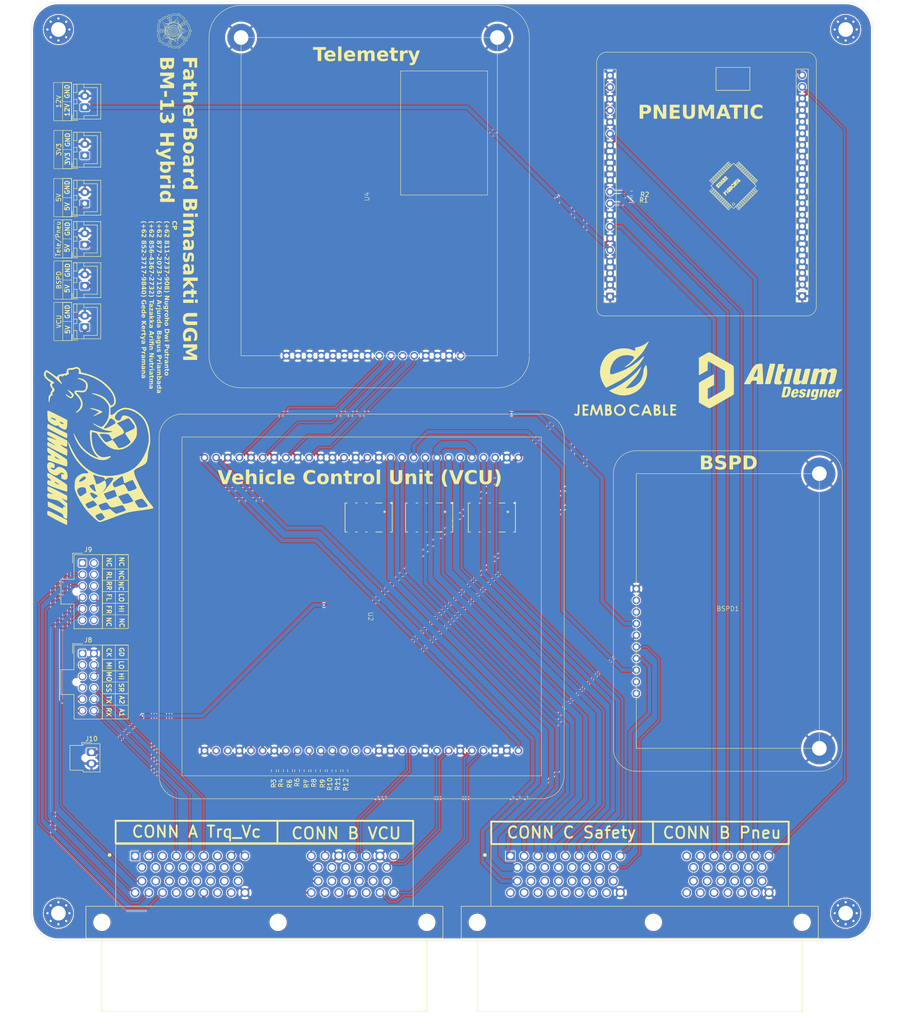
<source format=kicad_pcb>
(kicad_pcb (version 20241229) (generator "pcbnew") (generator_version "9.0")
  (layers (0 "F.Cu" signal) (2 "B.Cu" signal) (13 "F.Paste" user) (15 "B.Paste" user) (5 "F.SilkS" user "F.Silkscreen") (7 "B.SilkS" user "B.Silkscreen") (1 "F.Mask" user) (3 "B.Mask" user) (25 "Edge.Cuts" user))
  (net 0 "")
  (net 2 "SDC_B")
  (net 3 "GND")
  (net 4 "12V")
  (net 5 "3V3")
  (net 6 "ECU_LO")
  (net 7 "ESC2_LO")
  (net 8 "ESC1_LO")
  (net 10 "DISP_HI")
  (net 11 "BMS_LO")
  (net 12 "ECU_HI")
  (net 14 "IND_SWITCH")
  (net 15 "BMS_HI")
  (net 17 "ESC1_HI")
  (net 18 "ESC2_HI")
  (net 19 "TPS")
  (net 21 "DISP_LO")
  (net 22 "STEER_IN")
  (net 23 "BRK_P")
  (net 24 "SS")
  (net 25 "SUSP4")
  (net 26 "ENG_RLY")
  (net 27 "SUSP2")
  (net 28 "APPS_IN1")
  (net 29 "STM_RX")
  (net 30 "APPS_IN2")
  (net 31 "SCK")
  (net 32 "AIR")
  (net 33 "MISO")
  (net 34 "MOSI")
  (net 35 "AMB_TEMP")
  (net 36 "SUSP1")
  (net 37 "SUSP3")
  (net 38 "SWITCH_HY")
  (net 39 "STM_TX")
  (net 40 "WS_FL")
  (net 41 "WS_FR")
  (net 42 "WS_RL")
  (net 43 "WS_RR")
  (net 44 "SCK_T")
  (net 47 "MISO_T")
  (net 49 "MOSI_T")
  (net 52 "CS_T")
  (net 59 "SAFETY")
  (net 60 "SDC_IN")
  (net 61 "FAN_BATT")
  (net 62 "BRAKE_LIGHT")
  (net 63 "SDC_OUT")
  (net 64 "PDM")
  (net 70 "TX_PNEU")
  (net 71 "RX_PNEU")
  (net 117 "5V_T")
  (net 118 "5V_B")
  (net 119 "5V_V")
  (net 120 "5V_P")
  (net 121 "PNEU_UP")
  (net 122 "PNEU_DOWN")
  (net 123 "UP")
  (net 124 "DOWN")
  (net 128 "SUSP1_L")
  (net 129 "SUSP2_L")
  (net 130 "SUSP3_L")
  (net 131 "SUSP4_L")
  (net 132 "BRK_P_L")
  (net 142 "GPOS")
  (footprint "Resistor_SMD:R_0603_1608Metric_Pad0.98x0.95mm_HandSolder" (layer "F.Cu") (at 218.611691 271.895381 -90)
    (property "Reference" "R4")
    (property "Value" "3K")
  )
  (footprint "Resistor_SMD:R_0603_1608Metric_Pad0.98x0.95mm_HandSolder" (layer "F.Cu") (at 225.7 271.8875 -90)
    (property "Reference" "R8")
    (property "Value" "3K")
  )
  (footprint "Connector_JST:JST_XH_B2B-XH-A_1x02_P2.50mm_Vertical" (layer "F.Cu") (at 175.75 157 90)
    (property "Reference" "Tele/Pneu")
    (property "Value" "5V_1")
  )
  (footprint "Connector_Molex:Molex_Nano-Fit_105310-xx12_2x06_P2.50mm_Vertical" (layer "F.Cu") (at 175.25 226.525)
    (property "Reference" "J9")
    (property "Value" "SIGNAL 2")
  )
  (footprint "Resistor_SMD:R_0603_1608Metric_Pad0.98x0.95mm_HandSolder" (layer "F.Cu") (at 295.1875 145.8 180)
    (property "Reference" "R2")
    (property "Value" "R")
  )
  (footprint "0_logo:111jembo_tulisan_23_16" (layer "F.Cu") (at 294 186.2)
    (property "Reference" "G***" (hide yes))
    (property "Value" "LOGO" (hide yes))
  )
  (footprint "Resistor_SMD:R_0603_1608Metric_Pad0.98x0.95mm_HandSolder" (layer "F.Cu") (at 229.25 271.8875 -90)
    (property "Reference" "R10")
    (property "Value" "3K")
  )
  (footprint "0_FootprintTelemetry:0_FootprintTelemetry" (layer "F.Cu") (at 237.9 146.5 90)
    (property "Reference" "U4")
    (property "Value" "~")
  )
  (footprint "Resistor_SMD:R_0603_1608Metric_Pad0.98x0.95mm_HandSolder" (layer "F.Cu") (at 217.066559 271.8875 -90)
    (property "Reference" "R3")
    (property "Value" "2K")
  )
  (footprint "MountingHole:MountingHole_3.2mm_M3_Pad_Via" (layer "F.Cu") (at 170 110)
    (property "Reference" "REF**" (hide yes))
    (property "Value" "MountingHole_3.2mm_M3_Pad_Via")
  )
  (footprint "0_logo:ugm 7.8x7.8" (layer "F.Cu") (at 195.3 110.3 -90)
    (property "Reference" "G***" (hide yes))
    (property "Value" "LOGO" (hide yes))
  )
  (footprint "Resistor_SMD:R_0603_1608Metric_Pad0.98x0.95mm_HandSolder" (layer "F.Cu") (at 222.144192 271.872036 -90)
    (property "Reference" "R6")
    (property "Value" "3K")
  )
  (footprint "0_FootPrintBPSD:FootPrintBPSD" (layer "F.Cu") (at 316.25 237)
    (property "Reference" "BSPD1")
    (property "Value" "~")
  )
  (footprint "MountingHole:MountingHole_3.2mm_M3_Pad_Via" (layer "F.Cu") (at 170 303)
    (property "Reference" "REF**" (hide yes))
    (property "Value" "MountingHole_3.2mm_M3_Pad_Via")
  )
  (footprint "Resistor_SMD:R_0603_1608Metric_Pad0.98x0.95mm_HandSolder" (layer "F.Cu") (at 295.1875 147.3)
    (property "Reference" "R1")
    (property "Value" "R")
  )
  (footprint "Resistor_SMD:R_0603_1608Metric_Pad0.98x0.95mm_HandSolder" (layer "F.Cu") (at 231.15 271.8875 -90)
    (property "Reference" "R11")
    (property "Value" "2K")
  )
  (footprint "Connector_JST:JST_XH_B2B-XH-A_1x02_P2.50mm_Vertical" (layer "F.Cu") (at 175.75 137.5 90)
    (property "Reference" "3V3")
    (property "Value" "3V3_1")
  )
  (footprint "MountingHole:MountingHole_3.2mm_M3_Pad_Via" (layer "F.Cu") (at 342 110)
    (property "Reference" "REF**" (hide yes))
    (property "Value" "MountingHole_3.2mm_M3_Pad_Via")
  )
  (footprint "Resistor_SMD:R_0603_1608Metric_Pad0.98x0.95mm_HandSolder" (layer "F.Cu") (at 232.7 271.8875 -90)
    (property "Reference" "R12")
    (property "Value" "3K")
  )
  (footprint "Resistor_SMD:R_0603_1608Metric_Pad0.98x0.95mm_HandSolder" (layer "F.Cu") (at 220.600091 271.874786 -90)
    (property "Reference" "R5")
    (property "Value" "2K")
  )
  (footprint "Bimasakti:BIMSAK GEDE BANGET" (layer "F.Cu") (at 178.75 201 -90)
    (property "Reference" "G***" (hide yes))
    (property "Value" "LOGO" (hide yes))
  )
  (footprint "Connector_JST:JST_XH_B2B-XH-A_1x02_P2.50mm_Vertical" (layer "F.Cu") (at 175.75 166 90)
    (property "Reference" "BSPD")
    (property "Value" "5V_2")
  )
  (footprint "Connector_JST:JST_XH_B2B-XH-A_1x02_P2.50mm_Vertical" (layer "F.Cu") (at 175.75 148 90)
    (property "Reference" "5V")
    (property "Value" "5V_5")
  )
  (footprint "MountingHole:MountingHole_3.2mm_M3_Pad_Via" (layer "F.Cu") (at 342 303)
    (property "Reference" "REF**" (hide yes))
    (property "Value" "MountingHole_3.2mm_M3_Pad_Via" (hide yes))
  )
  (footprint "Connector_JST:JST_XH_B2B-XH-A_1x02_P2.50mm_Vertical" (layer "F.Cu") (at 175.75 175 90)
    (property "Reference" "VCU")
    (property "Value" "5V_3")
  )
  (footprint "Resistor_SMD:R_0603_1608Metric_Pad0.98x0.95mm_HandSolder" (layer "F.Cu") (at 224.2 271.8875 -90)
    (property "Reference" "R7")
    (property "Value" "2K")
  )
  (footprint "0_FootprintVCU:FootprintVCU" (layer "F.Cu") (at 236.25 236 -90)
    (property "Reference" "U2")
    (property "Value" "~")
  )
  (footprint "Resistor_SMD:R_0603_1608Metric_Pad0.98x0.95mm_HandSolder" (layer "F.Cu") (at 227.75 271.8875 -90)
    (property "Reference" "R9")
    (property "Value" "2K")
  )
  (footprint "Connector_JST:JST_XH_B2B-XH-A_1x02_P2.50mm_Vertical" (layer "F.Cu") (at 175.75 127 90)
    (property "Reference" "12V")
    (property "Value" "12V")
  )
  (footprint "0_logo:altium 36x36" (layer "F.Cu") (at 325.8 186.6)
    (property "Reference" "G***" (hide yes))
    (property "Value" "LOGO" (hide yes))
  )
  (footprint "Connector_Molex:Molex_Nano-Fit_105309-xx02_1x02_P2.50mm_Vertical" (layer "F.Cu") (at 177.225 267.825)
    (property "Reference" "J10")
    (property "Value" "power")
  )
  (footprint "0_VCU_CONNECTOR_TE_6437288-3:VCU_CONNECTOR_TE_6437288-3" (layer "F.Cu") (at 300 305)
    (property "Reference" "J11" (hide yes))
    (property "Value" "6437288-3")
  )
  (footprint "0_VCU_CONNECTOR_TE_6437288-3:VCU_CONNECTOR_TE_6437288-3" (layer "F.Cu") (at 218 305)
    (property "Reference" "J1" (hide yes))
    (property "Value" "6437288-3")
  )
  (footprint "0_Footprint_PNEUMATIC:Fooprint Pneumatic" (layer "F.Cu") (at 311.482861 141.35)
    (property "Reference" "U1" (hide yes))
    (property "Value" "~")
  )
  (footprint "Connector_Molex:Molex_Nano-Fit_105310-xx12_2x06_P2.50mm_Vertical" (layer "F.Cu") (at 175.25 246.275)
    (property "Reference" "J8")
    (property "Value" "SIGNAL 1")
  )
  (gr_rect (start 179.6 244.445) (end 185.25 247.575) (stroke (width 0.1)) (fill no) (layer "F.SilkS"))
  (gr_rect (start 170.95 132.05) (end 172.9 136.225) (stroke (width 0.1)) (fill no) (layer "F.SilkS"))
  (gr_rect (start 264.55 283) (end 329.55 287.9) (stroke (width 0.4)) (fill no) (layer "F.SilkS"))
  (gr_rect (start 170.95 169.6) (end 172.9 173.775) (stroke (width 0.1)) (fill no) (layer "F.SilkS"))
  (gr_rect (start 169 160.55) (end 172.9 168.9) (stroke (width 0.1)) (fill no) (layer "F.SilkS"))
  (gr_rect (start 179.6125 227.825) (end 185.2625 230.325) (stroke (width 0.1)) (fill no) (layer "F.SilkS"))
  (gr_rect (start 170.95 151.55) (end 172.9 155.725) (stroke (width 0.1)) (fill no) (layer "F.SilkS"))
  (gr_rect (start 169 151.55) (end 172.9 159.9) (stroke (width 0.1)) (fill no) (layer "F.SilkS"))
  (gr_rect (start 168.95 121.575) (end 172.85 129.925) (stroke (width 0.1)) (fill no) (layer "F.SilkS"))
  (gr_line (start 217.85 282.925) (end 217.85 287.675) (stroke (width 0.4)) (layer "F.SilkS"))
  (gr_rect (start 169 132.05) (end 172.9 140.4) (stroke (width 0.1)) (fill no) (layer "F.SilkS"))
  (gr_rect (start 179.6 252.51) (end 185.25 255.075) (stroke (width 0.1)) (fill no) (layer "F.SilkS"))
  (gr_rect (start 170.95 132.05) (end 172.9 140.4) (stroke (width 0.1)) (fill no) (layer "F.SilkS"))
  (gr_rect (start 182.5 282.825) (end 247.5 287.725) (stroke (width 0.4)) (fill no) (layer "F.SilkS"))
  (gr_rect (start 179.6125 224.695) (end 185.2625 240.825) (stroke (width 0.1)) (fill no) (layer "F.SilkS"))
  (gr_rect (start 179.6 247.575) (end 185.25 250.075) (stroke (width 0.1)) (fill no) (layer "F.SilkS"))
  (gr_rect (start 170.9 121.575) (end 172.85 125.75) (stroke (width 0.1)) (fill no) (layer "F.SilkS"))
  (gr_rect (start 170.95 160.55) (end 172.9 164.725) (stroke (width 0.1)) (fill no) (layer "F.SilkS"))
  (gr_rect (start 170.95 151.55) (end 172.9 159.9) (stroke (width 0.1)) (fill no) (layer "F.SilkS"))
  (gr_rect (start 179.6125 230.325) (end 185.2625 232.76) (stroke (width 0.1)) (fill no) (layer "F.SilkS"))
  (gr_rect (start 169 169.6) (end 172.9 177.95) (stroke (width 0.1)) (fill no) (layer "F.SilkS"))
  (gr_rect (start 179.6 244.445) (end 185.25 260.575) (stroke (width 0.1)) (fill no) (layer "F.SilkS"))
  (gr_rect (start 170.925 142.55) (end 172.875 150.9) (stroke (width 0.1)) (fill no) (layer "F.SilkS"))
  (gr_rect (start 170.925 142.55) (end 172.875 146.725) (stroke (width 0.1)) (fill no) (layer "F.SilkS"))
  (gr_rect (start 168.975 142.55) (end 172.875 150.9) (stroke (width 0.1)) (fill no) (layer "F.SilkS"))
  (gr_rect (start 182.425 244.445) (end 185.25 260.575) (stroke (width 0.1)) (fill no) (layer "F.SilkS"))
  (gr_rect (start 179.6125 232.76) (end 185.2625 235.325) (stroke (width 0.1)) (fill no) (layer "F.SilkS"))
  (gr_rect (start 179.6125 224.695) (end 185.2625 227.825) (stroke (width 0.1)) (fill no) (layer "F.SilkS"))
  (gr_rect (start 170.9 121.575) (end 172.85 129.925) (stroke (width 0.1)) (fill no) (layer "F.SilkS"))
  (gr_rect (start 170.95 160.55) (end 172.9 168.9) (stroke (width 0.1)) (fill no) (layer "F.SilkS"))
  (gr_rect (start 179.6 250.075) (end 185.25 252.51) (stroke (width 0.1)) (fill no) (layer "F.SilkS"))
  (gr_rect (start 179.6 255.075) (end 185.25 257.575) (stroke (width 0.1)) (fill no) (layer "F.SilkS"))
  (gr_line (start 299.9 283.1) (end 299.9 287.85) (stroke (width 0.4)) (layer "F.SilkS"))
  (gr_rect (start 179.6125 235.325) (end 185.2625 237.825) (stroke (width 0.1)) (fill no) (layer "F.SilkS"))
  (gr_rect (start 182.4375 224.695) (end 185.2625 240.825) (stroke (width 0.1)) (fill no) (layer "F.SilkS"))
  (gr_rect (start 170.95 169.6) (end 172.9 177.95) (stroke (width 0.1)) (fill no) (layer "F.SilkS"))
  (gr_arc (start 348 303) (mid 346.242641 307.242641) (end 342 309) (stroke (width 0.05)) (layer "Edge.Cuts"))
  (gr_arc (start 342 104) (mid 346.242641 105.757359) (end 348 110) (stroke (width 0.05)) (layer "Edge.Cuts"))
  (gr_line (start 170 104) (end 342 104) (stroke (width 0.05)) (layer "Edge.Cuts"))
  (gr_line (start 164 303) (end 164 110) (stroke (width 0.05)) (layer "Edge.Cuts"))
  (gr_arc (start 164 110) (mid 165.757359 105.757359) (end 170 104) (stroke (width 0.05)) (layer "Edge.Cuts"))
  (gr_line (start 348 110) (end 348 303) (stroke (width 0.05)) (layer "Edge.Cuts"))
  (gr_line (start 342 309) (end 170 309) (stroke (width 0.05)) (layer "Edge.Cuts"))
  (gr_arc (start 170 309) (mid 165.757359 307.242641) (end 164 303) (stroke (width 0.05)) (layer "Edge.Cuts"))
  (gr_text "12V" (at 172.5 129.1 90) (layer "F.SilkS") (effects (font (size 1 1) (thickness 0.2) (bold yes)) (justify left bottom)))
  (gr_text "PNEUMATIC" (at 296.6 130 0) (layer "F.SilkS") (effects (font (size 3 3) (thickness 0.6) (bold yes) (italic yes)) (justify left bottom)))
  (gr_text "GND" (at 172.6 164.25 90) (layer "F.SilkS") (effects (font (size 1 1) (thickness 0.2) (bold yes)) (justify left bottom)))
  (gr_text "GND" (at 172.55 155.2 90) (layer "F.SilkS") (effects (font (size 1 1) (thickness 0.2) (bold yes)) (justify left bottom)))
  (gr_text "MI" (at 180.45 247.975 270) (layer "F.SilkS") (effects (font (size 1 1) (thickness 0.2) (bold yes)) (justify left bottom)))
  (gr_text "GND" (at 172.6 135.75 90) (layer "F.SilkS") (effects (font (size 1 1) (thickness 0.2) (bold yes)) (justify left bottom)))
  (gr_text "FR" (at 180.4125 235.625 270) (layer "F.SilkS") (effects (font (size 1 1) (thickness 0.2) (bold yes)) (justify left bottom)))
  (gr_text "HI" (at 183.15 250.375 270) (layer "F.SilkS") (effects (font (size 1 1) (thickness 0.2) (bold yes)) (justify left bottom)))
  (gr_text "GND" (at 172.5 146.15 90) (layer "F.SilkS") (effects (font (size 1 1) (thickness 0.2) (bold yes)) (justify left bottom)))
  (gr_text "5V" (at 172.5 167.65 90) (layer "F.SilkS") (effects (font (size 1 1) (thickness 0.2) (bold yes)) (justify left bottom)))
  (gr_text "FatherBoard Bimasakti UGM\nBM-13 Hybrid " (at 191.7 115.825 270) (layer "F.SilkS") (effects (font (size 3 3) (thickness 0.4) (bold yes) (italic yes)) (justify left bottom)))
  (gr_text "CONN B VCU" (at 220.65 287.025 0) (layer "F.SilkS") (effects (font (size 2.5 2.5) (thickness 0.4)) (justify left bottom)))
  (gr_text "TX" (at 180.4 255.375 270) (layer "F.SilkS") (effects (font (size 1 1) (thickness 0.2) (bold yes)) (justify left bottom)))
  (gr_text "A2" (at 183.25 255.375 270) (layer "F.SilkS") (effects (font (size 1 1) (thickness 0.2) (bold yes)) (justify left bottom)))
  (gr_text "NC" (at 183.2625 238.425 270) (layer "F.SilkS") (effects (font (size 1 1) (thickness 0.2) (bold yes)) (justify left bottom)))
  (gr_text "CONN C Safety" (at 267.7 286.85 0) (layer "F.SilkS") (effects (font (size 2.5 2.5) (thickness 0.4)) (justify left bottom)))
  (gr_text "Vehicle Control Unit (VCU)" (at 204.75 209.8 0) (layer "F.SilkS") (effects (font (size 3 3) (thickness 0.6) (bold yes) (italic yes)) (justify left bottom)))
  (gr_text "NC" (at 183.1 230.375 270) (layer "F.SilkS") (effects (font (size 1 1) (thickness 0.2) (bold yes)) (justify left bottom)))
  (gr_text "NC" (at 183.2125 225.075 270) (layer "F.SilkS") (effects (font (size 1 1) (thickness 0.2) (bold yes)) (justify left bottom)))
  (gr_text "FL" (at 180.45 233.075 270) (layer "F.SilkS") (effects (font (size 1 1) (thickness 0.2) (bold yes)) (justify left bottom)))
  (gr_text "GD" (at 183.2 244.825 270) (layer "F.SilkS") (effects (font (size 1 1) (thickness 0.2) (bold yes)) (justify left bottom)))
  (gr_text "CONN A Trq_Vc" (at 185.8 286.675 0) (layer "F.SilkS") (effects (font (size 2.5 2.5) (thickness 0.4)) (justify left bottom)))
  (gr_text "3V3" (at 172.6 139.75 90) (layer "F.SilkS") (effects (font (size 1 1) (thickness 0.2) (bold yes)) (justify left bottom)))
  (gr_text "HI" (at 183.15 235.625 270) (layer "F.SilkS") (effects (font (size 1 1) (thickness 0.2) (bold yes)) (justify left bottom)))
  (gr_text "GND" (at 172.5 125.2 90) (layer "F.SilkS") (effects (font (size 1 1) (thickness 0.2) (bold yes)) (justify left bottom)))
  (gr_text "CONN B Pneu" (at 301.8 286.9 0) (layer "F.SilkS") (effects (font (size 2.5 2.5) (thickness 0.4)) (justify left bottom)))
  (gr_text "CP\n(+62 811-2737-908) Nugroho Dwi Putranto\n(+62 877-2073-7126) Arjunda Bagus Priambada\n(+62 856-4367-2732) Tazakka Arifin Nutriatma\n(+62 852-3717-9840) Gede Kertya Pramana   \n" (at 188 151.75 270) (layer "F.SilkS") (effects (font (size 1 1) (thickness 0.25) (bold yes)) (justify left bottom)))
  (gr_text "GND" (at 172.55 173.3 90) (layer "F.SilkS") (effects (font (size 1 1) (thickness 0.2) (bold yes)) (justify left bottom)))
  (gr_text "NC" (at 183.1625 227.975 270) (layer "F.SilkS") (effects (font (size 1 1) (thickness 0.2) (bold yes)) (justify left bottom)))
  (gr_text "SS" (at 180.4 252.725 270) (layer "F.SilkS") (effects (font (size 1 1) (thickness 0.2) (bold yes)) (justify left bottom)))
  (gr_text "LO" (at 183.15 247.725 270) (layer "F.SilkS") (effects (font (size 1 1) (thickness 0.2) (bold yes)) (justify left bottom)))
  (gr_text "Telemetry" (at 225.6 117.4 0) (layer "F.SilkS") (effects (font (size 3 3) (thickness 0.6) (bold yes) (italic yes)) (justify left bottom)))
  (gr_text "A1" (at 183.25 258.175 270) (layer "F.SilkS") (effects (font (size 1 1) (thickness 0.2) (bold yes)) (justify left bottom)))
  (gr_text "LO" (at 183.1625 233.025 270) (layer "F.SilkS") (effects (font (size 1 1) (thickness 0.2) (bold yes)) (justify left bottom)))
  (gr_text "RX" (at 180.4 257.975 270) (layer "F.SilkS") (effects (font (size 1 1) (thickness 0.2) (bold yes)) (justify left bottom)))
  (gr_text "5V" (at 172.5 158.8 90) (layer "F.SilkS") (effects (font (size 1 1) (thickness 0.2) (bold yes)) (justify left bottom)))
  (gr_text "MO" (at 180.45 250.075 270) (layer "F.SilkS") (effects (font (size 1 1) (thickness 0.2) (bold yes)) (justify left bottom)))
  (gr_text "NC" (at 180.4125 238.225 270) (layer "F.SilkS") (effects (font (size 1 1) (thickness 0.2) (bold yes)) (justify left bottom)))
  (gr_text "NC" (at 180.4625 225.175 270) (layer "F.SilkS") (effects (font (size 1 1) (thickness 0.2) (bold yes)) (justify left bottom)))
  (gr_text "CK" (at 180.45 244.925 270) (layer "F.SilkS") (effects (font (size 1 1) (thickness 0.2) (bold yes)) (justify left bottom)))
  (gr_text "BSPD" (at 310 206.6 0) (layer "F.SilkS") (effects (font (size 3 3) (thickness 0.6) (bold yes) (italic yes)) (justify left bottom)))
  (gr_text "5V" (at 172.5 149.7 90) (layer "F.SilkS") (effects (font (size 1 1) (thickness 0.2) (bold yes)) (justify left bottom)))
  (gr_text "RL" (at 180.4625 228.225 270) (layer "F.SilkS") (effects (font (size 1 1) (thickness 0.2) (bold yes)) (justify left bottom)))
  (gr_text "5V" (at 172.6 176.6 90) (layer "F.SilkS") (effects (font (size 1 1) (thickness 0.2) (bold yes)) (justify left bottom)))
  (gr_text "SR" (at 183.15 252.625 270) (layer "F.SilkS") (effects (font (size 1 1) (thickness 0.2) (bold yes)) (justify left bottom)))
  (gr_text "RR" (at 180.4625 230.325 270) (layer "F.SilkS") (effects (font (size 1 1) (thickness 0.2) (bold yes)) (justify left bottom)))
  (segment (start 247.64 203.5) (end 247.64 200.96) (width 0.8) (layer "B.Cu") (net 2))
  (segment (start 272.5 197.9) (end 280.2 205.6) (width 0.8) (layer "B.Cu") (net 2))
  (segment (start 296.23 249.9) (end 296.25 249.92) (width 0.8) (layer "B.Cu") (net 2))
  (segment (start 250.7 197.9) (end 272.5 197.9) (width 0.8) (layer "B.Cu") (net 2))
  (segment (start 280.2 205.6) (end 280.2 236.9) (width 0.8) (layer "B.Cu") (net 2))
  (segment (start 280.2 236.9) (end 293.2 249.9) (width 0.8) (layer "B.Cu") (net 2))
  (segment (start 247.64 200.96) (end 250.7 197.9) (width 0.8) (layer "B.Cu") (net 2))
  (segment (start 293.2 249.9) (end 296.23 249.9) (width 0.8) (layer "B.Cu") (net 2))
  (via (at 217 274.6) (size 0.6) (drill 0.3) (layers "F.Cu" "B.Cu") (net 3))
  (via (at 224 274.4) (size 0.6) (drill 0.3) (layers "F.Cu" "B.Cu") (net 3))
  (via (at 230.8 274.4) (size 0.6) (drill 0.3) (layers "F.Cu" "B.Cu") (net 3))
  (via (at 220.6 274.4) (size 0.6) (drill 0.3) (layers "F.Cu" "B.Cu") (net 3))
  (via (at 227.4 274.4) (size 0.6) (drill 0.3) (layers "F.Cu" "B.Cu") (net 3))
  (segment (start 177.225 267.825) (end 180.475 267.825) (width 0.8) (layer "F.Cu") (net 4))
  (segment (start 238.3 235.7) (end 270.5 203.5) (width 0.8) (layer "F.Cu") (net 4))
  (segment (start 278.985225 146.614775) (end 278.985225 195.014775) (width 0.8) (layer "F.Cu") (net 4))
  (segment (start 180.475 267.825) (end 188.4 259.9) (width 0.8) (layer "F.Cu") (net 4))
  (segment (start 228 235.7) (end 238.3 235.7) (width 0.8) (layer "F.Cu") (net 4))
  (segment (start 278.985225 195.014775) (end 270.5 203.5) (width 0.8) (layer "F.Cu") (net 4))
  (via (at 228 235.7) (size 0.6) (drill 0.3) (layers "F.Cu" "B.Cu") (net 4))
  (via (at 188.4 259.9) (size 0.6) (drill 0.3) (layers "F.Cu" "B.Cu") (net 4))
  (via (at 278.985225 146.614775) (size 0.6) (drill 0.3) (layers "F.Cu" "B.Cu") (net 4))
  (segment (start 201.5 259.9) (end 225.7 235.7) (width 0.8) (layer "B.Cu") (net 4))
  (segment (start 278.985225 146.614775) (end 259.370449 127) (width 0.8) (layer "B.Cu") (net 4))
  (segment (start 290.523223 158.152774) (end 278.985225 146.614775) (width 0.8) (layer "B.Cu") (net 4))
  (segment (start 259.370449 127) (end 175.75 127) (width 0.8) (layer "B.Cu") (net 4))
  (segment (start 225.7 235.7) (end 228 235.7) (width 0.8) (layer "B.Cu") (net 4))
  (segment (start 188.4 259.9) (end 201.5 259.9) (width 0.8) (layer "B.Cu") (net 4))
  (segment (start 243.25 298.5) (end 247 298.5) (width 0.4) (layer "B.Cu") (net 6))
  (segment (start 258.7 269.14) (end 260.34 267.5) (width 0.4) (layer "B.Cu") (net 6))
  (segment (start 258.7 286.8) (end 258.7 269.14) (width 0.4) (layer "B.Cu") (net 6))
  (segment (start 247 298.5) (end 258.7 286.8) (width 0.4) (layer "B.Cu") (net 6))
  (segment (start 209.5 280.25) (end 194.5 265.25) (width 0.4) (layer "F.Cu") (net 7))
  (segment (start 194.5 240.650058) (end 188.849942 235) (width 0.4) (layer "F.Cu") (net 7))
  (segment (start 188.849942 235) (end 178.725 235) (width 0.4) (layer "F.Cu") (net 7))
  (segment (start 194.5 265.25) (end 194.5 240.650058) (width 0.4) (layer "F.Cu") (net 7))
  (segment (start 178.725 235) (end 177.75 234.025) (width 0.4) (layer "F.Cu") (net 7))
  (segment (start 209.5 289.25) (end 209.5 280.25) (width 0.4) (layer "F.Cu") (net 7))
  (segment (start 210.75 290.5) (end 209.5 289.25) (width 0.4) (layer "F.Cu") (net 7))
  (segment (start 191.2 255.8) (end 191.2 289.05) (width 0.4) (layer "F.Cu") (net 8))
  (segment (start 178.774 249.799) (end 185.199 249.799) (width 0.4) (layer "F.Cu") (net 8))
  (segment (start 185.199 249.799) (end 191.2 255.8) (width 0.4) (layer "F.Cu") (net 8))
  (segment (start 177.75 248.775) (end 178.774 249.799) (width 0.4) (layer "F.Cu") (net 8))
  (segment (start 191.2 289.05) (end 189.75 290.5) (width 0.4) (layer "F.Cu") (net 8))
  (segment (start 236 289.25) (end 237.25 290.5) (width 0.4) (layer "B.Cu") (net 10))
  (segment (start 247.64 267.5) (end 246.75 268.39) (width 0.4) (layer "B.Cu") (net 10))
  (segment (start 236 282.75) (end 236 289.25) (width 0.4) (layer "B.Cu") (net 10))
  (segment (start 246.75 268.39) (end 246.75 272) (width 0.4) (layer "B.Cu") (net 10))
  (segment (start 246.75 272) (end 236 282.75) (width 0.4) (layer "B.Cu") (net 10))
  (segment (start 245.451 291.649) (end 252.6 284.5) (width 0.4) (layer "B.Cu") (net 11))
  (segment (start 244.399 291.649) (end 245.451 291.649) (width 0.4) (layer "B.Cu") (net 11))
  (segment (start 252.6 284.5) (end 252.6 267.62) (width 0.4) (layer "B.Cu") (net 11))
  (segment (start 252.6 267.62) (end 252.72 267.5) (width 0.4) (layer "B.Cu") (net 11))
  (segment (start 243.25 290.5) (end 244.399 291.649) (width 0.4) (layer "B.Cu") (net 11))
  (segment (start 259.301 287.048942) (end 259.301 271.079) (width 0.4) (layer "B.Cu") (net 12))
  (segment (start 242.25 300.5) (end 244 300.5) (width 0.4) (layer "B.Cu") (net 12))
  (segment (start 247.248942 299.101) (end 259.301 287.048942) (width 0.4) (layer "B.Cu") (net 12))
  (segment (start 240.25 298.5) (end 242.25 300.5) (width 0.4) (layer "B.Cu") (net 12))
  (segment (start 244 300.5) (end 245.399 299.101) (width 0.4) (layer "B.Cu") (net 12))
  (segment (start 259.301 271.079) (end 262.88 267.5) (width 0.4) (layer "B.Cu") (net 12))
  (segment (start 245.399 299.101) (end 247.248942 299.101) (width 0.4) (layer "B.Cu") (net 12))
  (segment (start 204.46 203.5) (end 219.86 218.9) (width 0.8) (layer "B.Cu") (net 14))
  (segment (start 262.7 285) (end 262.7 291.9) (width 0.8) (layer "B.Cu") (net 14))
  (segment (start 273.6 265) (end 273.6 274.1) (width 0.8) (layer "B.Cu") (net 14))
  (segment (start 273.6 274.1) (end 262.7 285) (width 0.8) (layer "B.Cu") (net 14))
  (segment (start 262.7 291.9) (end 266.8 296) (width 0.8) (layer "B.Cu") (net 14))
  (segment (start 266.8 296) (end 270.25 296) (width 0.8) (layer "B.Cu") (net 14))
  (segment (start 219.86 218.9) (end 227.5 218.9) (width 0.8) (layer "B.Cu") (net 14))
  (segment (start 227.5 218.9) (end 273.6 265) (width 0.8) (layer "B.Cu") (net 14))
  (segment (start 253.201 269.559) (end 253.201 284.748942) (width 0.4) (layer "B.Cu") (net 15))
  (segment (start 253.201 284.748942) (end 245.699942 292.25) (width 0.4) (layer "B.Cu") (net 15))
  (segment (start 242.5 292.25) (end 241.75 293) (width 0.4) (layer "B.Cu") (net 15))
  (segment (start 245.699942 292.25) (end 242.5 292.25) (width 0.4) (layer "B.Cu") (net 15))
  (segment (start 255.26 267.5) (end 253.201 269.559) (width 0.4) (layer "B.Cu") (net 15))
  (segment (start 186.75 290.5) (end 190.599 286.651) (width 0.4) (layer "F.Cu") (net 17))
  (segment (start 190.599 256.048942) (end 184.950058 250.4) (width 0.4) (layer "F.Cu") (net 17))
  (segment (start 190.599 286.651) (end 190.599 256.048942) (width 0.4) (layer "F.Cu") (net 17))
  (segment (start 178.625 250.4) (end 177.75 251.275) (width 0.4) (layer "F.Cu") (net 17))
  (segment (start 184.950058 250.4) (end 178.625 250.4) (width 0.4) (layer "F.Cu") (net 17))
  (segment (start 208.899 289.351) (end 207.75 290.5) (width 0.4) (layer "F.Cu") (net 18))
  (segment (start 193.899 240.899) (end 193.899 265.498942) (width 0.4) (layer "F.Cu") (net 18))
  (segment (start 177.75 236.525) (end 178.674 235.601) (width 0.4) (layer "F.Cu") (net 18))
  (segment (start 188.601 235.601) (end 193.899 240.899) (width 0.4) (layer "F.Cu") (net 18))
  (segment (start 178.674 235.601) (end 188.601 235.601) (width 0.4) (layer "F.Cu") (net 18))
  (segment (start 193.899 265.498942) (end 208.899 280.498942) (width 0.4) (layer "F.Cu") (net 18))
  (segment (start 208.899 280.498942) (end 208.899 289.351) (width 0.4) (layer "F.Cu") (net 18))
  (segment (start 291.25 293) (end 294 293) (width 0.4) (layer "B.Cu") (net 19))
  (segment (start 297 265.1) (end 301.2 260.9) (width 0.4) (layer "B.Cu") (net 19))
  (segment (start 294 293) (end 297 290) (width 0.4) (layer "B.Cu") (net 19))
  (segment (start 301.2 247.4) (end 298.64 244.84) (width 0.4) (layer "B.Cu") (net 19))
  (segment (start 301.2 260.9) (end 301.2 247.4) (width 0.4) (layer "B.Cu") (net 19))
  (segment (start 298.64 244.84) (end 296.25 244.84) (width 0.4) (layer "B.Cu") (net 19))
  (segment (start 297 290) (end 297 265.1) (width 0.4) (layer "B.Cu") (net 19))
  (segment (start 246.149 271.751058) (end 235.399 282.501058) (width 0.4) (layer "B.Cu") (net 21))
  (segment (start 245.1 267.5) (end 246.149 268.549) (width 0.4) (layer "B.Cu") (net 21))
  (segment (start 246.149 268.549) (end 246.149 271.751058) (width 0.4) (layer "B.Cu") (net 21))
  (segment (start 235.399 289.351) (end 234.25 290.5) (width 0.4) (layer "B.Cu") (net 21))
  (segment (start 235.399 282.501058) (end 235.399 289.351) (width 0.4) (layer "B.Cu") (net 21))
  (segment (start 201.75 277.775) (end 201.75 290.5) (width 0.4) (layer "B.Cu") (net 22))
  (segment (start 177.75 253.775) (end 201.75 277.775) (width 0.4) (layer "B.Cu") (net 22))
  (segment (start 232.75 277.9) (end 232.7 277.95) (width 0.4) (layer "F.Cu") (net 23))
  (segment (start 232.7 277.3) (end 232.7 277.35) (width 0.4) (layer "F.Cu") (net 23))
  (segment (start 232.7 280.6) (end 228.25 285.05) (width 0.4) (layer "F.Cu") (net 23))
  (segment (start 228.25 285.05) (end 228.25 290.5) (width 0.4) (layer "F.Cu") (net 23))
  (segment (start 279.5 271.6) (end 273.2 277.9) (width 0.4) (layer "F.Cu") (net 23))
  (segment (start 232.7 277.95) (end 232.7 278.4) (width 0.4) (layer "F.Cu") (net 23))
  (segment (start 273.2 277.9) (end 233.25 277.9) (width 0.4) (layer "F.Cu") (net 23))
  (segment (start 232.7 278.4) (end 232.7 280.6) (width 0.4) (layer "F.Cu") (net 23))
  (segment (start 232.75 278.4) (end 233.25 277.9) (width 0.4) (layer "F.Cu") (net 23))
  (segment (start 232.7 278.4) (end 232.75 278.4) (width 0.4) (layer "F.Cu") (net 23))
  (segment (start 232.7 272.8) (end 232.7 277.3) (width 0.4) (layer "F.Cu") (net 23))
  (segment (start 279.5 259.05) (end 279.5 271.6) (width 0.4) (layer "F.Cu") (net 23))
  (segment (start 233.25 277.9) (end 232.75 277.9) (width 0.4) (layer "F.Cu") (net 23))
  (segment (start 296.25 242.3) (end 279.5 259.05) (width 0.4) (layer "F.Cu") (net 23))
  (segment (start 232.7 277.35) (end 233.25 277.9) (width 0.4) (layer "F.Cu") (net 23))
  (segment (start 232.7 277.3) (end 232.7 277.95) (width 0.4) (layer "F.Cu") (net 23))
  (segment (start 229.25 279.45) (end 225.25 283.45) (width 0.4) (layer "F.Cu") (net 25))
  (segment (start 225.25 283.45) (end 225.25 290.5) (width 0.4) (layer "F.Cu") (net 25))
  (segment (start 229.25 272.8) (end 229.25 279.45) (width 0.4) (layer "F.Cu") (net 25))
  (segment (start 286.75 288.25) (end 286.75 290.5) (width 0.508) (layer "B.Cu") (net 26))
  (segment (start 293.2 281.8) (end 286.75 288.25) (width 0.508) (layer "B.Cu") (net 26))
  (segment (start 265.7 203.78) (end 265.7 228.7) (width 0.508) (layer "B.Cu") (net 26))
  (segment (start 265.42 203.5) (end 265.7 203.78) (width 0.508) (layer "B.Cu") (net 26))
  (segment (start 265.7 228.7) (end 293.2 256.2) (width 0.508) (layer "B.Cu") (net 26))
  (segment (start 293.2 256.2) (end 293.2 281.8) (width 0.508) (layer "B.Cu") (net 26))
  (segment (start 224.7 296) (end 226.75 296) (width 0.4) (layer "F.Cu") (net 27))
  (segment (start 220.6 291.9) (end 224.7 296) (width 0.4) (layer "F.Cu") (net 27))
  (segment (start 222.144192 272.784536) (end 222.144192 278.055808) (width 0.4) (layer "F.Cu") (net 27))
  (segment (start 220.6 279.6) (end 220.6 291.9) (width 0.4) (layer "F.Cu") (net 27))
  (segment (start 222.144192 278.055808) (end 220.6 279.6) (width 0.4) (layer "F.Cu") (net 27))
  (segment (start 195.75 276.775) (end 195.75 290.5) (width 0.4) (layer "B.Cu") (net 28))
  (segment (start 177.75 258.775) (end 195.75 276.775) (width 0.4) (layer "B.Cu") (net 28))
  (segment (start 170.6 256.4) (end 172.975 258.775) (width 0.508) (layer "F.Cu") (net 29))
  (segment (start 182.3 210.4) (end 170.6 222.1) (width 0.508) (layer "F.Cu") (net 29))
  (segment (start 232.4 203.5) (end 225.5 210.4) (width 0.508) (layer "F.Cu") (net 29))
  (segment (start 170.6 222.1) (end 170.6 256.4) (width 0.508) (layer "F.Cu") (net 29))
  (segment (start 225.5 210.4) (end 182.3 210.4) (width 0.508) (layer "F.Cu") (net 29))
  (segment (start 172.975 258.775) (end 175.25 258.775) (width 0.508) (layer "F.Cu") (net 29))
  (segment (start 177.75 256.275) (end 198.75 277.275) (width 0.4) (layer "B.Cu") (net 30))
  (segment (start 198.75 277.275) (end 198.75 290.5) (width 0.4) (layer "B.Cu") (net 30))
  (segment (start 286.6 278.8) (end 286.6 259.6) (width 1.5) (layer "B.Cu") (net 32))
  (segment (start 277.75 290.5) (end 277.75 287.65) (width 1.5) (layer "B.Cu") (net 32))
  (segment (start 277.75 287.65) (end 286.6 278.8) (width 1.5) (layer "B.Cu") (net 32))
  (segment (start 286.6 259.6) (end 255.26 228.26) (width 1.5) (layer "B.Cu") (net 32))
  (segment (start 255.26 228.26) (end 255.26 203.5) (width 1.5) (layer "B.Cu") (net 32))
  (segment (start 218.611691 272.807881) (end 218.611691 293.047198) (width 0.4) (layer "F.Cu") (net 36))
  (segment (start 224.064493 298.5) (end 225.25 298.5) (width 0.4) (layer "F.Cu") (net 36))
  (segment (start 218.611691 293.047198) (end 224.064493 298.5) (width 0.4) (layer "F.Cu") (net 36))
  (segment (start 222.5 282.2) (end 222.5 290.8) (width 0.4) (layer "F.Cu") (net 37))
  (segment (start 225.7 272.8) (end 225.7 279) (width 0.4) (layer "F.Cu") (net 37))
  (segment (start 222.5 290.8) (end 224.7 293) (width 0.4) (layer "F.Cu") (net 37))
  (segment (start 224.7 293) (end 226.75 293) (width 0.4) (layer "F.Cu") (net 37))
  (segment (start 225.7 279) (end 222.5 282.2) (width 0.4) (layer "F.Cu") (net 37))
  (segment (start 257.8 203.5) (end 258.1 203.8) (width 0.508) (layer "B.Cu") (net 38))
  (segment (start 289.1 258.7) (end 289.1 279.5) (width 0.508) (layer "B.Cu") (net 38))
  (segment (start 258.1 203.8) (end 258.1 227.7) (width 0.508) (layer "B.Cu") (net 38))
  (segment (start 280.75 287.85) (end 280.75 290.5) (width 0.508) (layer "B.Cu") (net 38))
  (segment (start 289.1 279.5) (end 280.75 287.85) (width 0.508) (layer "B.Cu") (net 38))
  (segment (start 258.1 227.7) (end 289.1 258.7) (width 0.508) (layer "B.Cu") (net 38))
  (segment (start 228.38 212.6) (end 183.1 212.6) (width 0.508) (layer "F.Cu") (net 39))
  (segment (start 173.775 256.275) (end 175.25 256.275) (width 0.508) (layer "F.Cu") (net 39))
  (segment (start 183.1 212.6) (end 172.3 223.4) (width 0.508) (layer "F.Cu") (net 39))
  (segment (start 172.3 254.8) (end 173.775 256.275) (width 0.508) (layer "F.Cu") (net 39))
  (segment (start 172.3 223.4) (end 172.3 254.8) (width 0.508) (layer "F.Cu") (net 39))
  (segment (start 237.48 203.5) (end 228.38 212.6) (width 0.508) (layer "F.Cu") (net 39))
  (segment (start 168.75 280.875) (end 186.375 298.5) (width 0.4) (layer "B.Cu") (net 40))
  (segment (start 175.25 234.025) (end 168.75 240.525) (width 0.4) (layer "B.Cu") (net 40))
  (segment (start 168.75 240.525) (end 168.75 280.875) (width 0.4) (layer "B.Cu") (net 40))
  (segment (start 186.375 298.5) (end 186.75 298.5) (width 0.4) (layer "B.Cu") (net 40))
  (segment (start 188.25 296) (end 187 296) (width 0.4) (layer "B.Cu") (net 41))
  (segment (start 187 296) (end 170.5 279.5) (width 0.4) (layer "B.Cu") (net 41))
  (segment (start 170.5 279.5) (end 170.5 241.275) (width 0.4) (layer "B.Cu") (net 41))
  (segment (start 170.5 241.275) (end 175.25 236.525) (width 0.4) (layer "B.Cu") (net 41))
  (segment (start 172.225 229.025) (end 175.25 229.025) (width 0.4) (layer "B.Cu") (net 42))
  (segment (start 165.75 283.25) (end 165.75 235.5) (width 0.4) (layer "B.Cu") (net 42))
  (segment (start 165.75 235.5) (end 172.225 229.025) (width 0.4) (layer "B.Cu") (net 42))
  (segment (start 192.75 298.5) (end 189 302.25) (width 0.4) (layer "B.Cu") (net 42))
  (segment (start 189 302.25) (end 184.75 302.25) (width 0.4) (layer "B.Cu") (net 42))
  (segment (start 184.75 302.25) (end 165.75 283.25) (width 0.4) (layer "B.Cu") (net 42))
  (segment (start 187.5 300.75) (end 189.75 298.5) (width 0.4) (layer "B.Cu") (net 43))
  (segment (start 175.25 231.525) (end 172.475 231.525) (width 0.4) (layer "B.Cu") (net 43))
  (segment (start 167.25 282.25) (end 185.75 300.75) (width 0.4) (layer "B.Cu") (net 43))
  (segment (start 185.75 300.75) (end 187.5 300.75) (width 0.4) (layer "B.Cu") (net 43))
  (segment (start 172.475 231.525) (end 167.25 236.75) (width 0.4) (layer "B.Cu") (net 43))
  (segment (start 167.25 236.75) (end 167.25 282.25) (width 0.4) (layer "B.Cu") (net 43))
  (segment (start 240.12 181.25) (end 240.12 182.975) (width 0.4) (layer "B.Cu") (net 44))
  (segment (start 240.12 182.975) (end 230.495 192.6) (width 0.4) (layer "B.Cu") (net 44))
  (segment (start 230.495 192.6) (end 220.44 192.6) (width 0.4) (layer "B.Cu") (net 44))
  (segment (start 220.44 192.6) (end 209.54 203.5) (width 0.4) (layer "B.Cu") (net 44))
  (segment (start 242.66 181.25) (end 242.66 182.975) (width 0.4) (layer "B.Cu") (net 47))
  (segment (start 242.66 182.975) (end 229.835 195.8) (width 0.4) (layer "B.Cu") (net 47))
  (segment (start 229.835 195.8) (end 222.32 195.8) (width 0.4) (layer "B.Cu") (net 47))
  (segment (start 222.32 195.8) (end 214.62 203.5) (width 0.4) (layer "B.Cu") (net 47))
  (segment (start 245.2 181.25) (end 245.2 182.975) (width 0.4) (layer "B.Cu") (net 49))
  (segment (start 224.5 198.7) (end 219.7 203.5) (width 0.4) (layer "B.Cu") (net 49))
  (segment (start 245.2 182.975) (end 229.475 198.7) (width 0.4) (layer "B.Cu") (net 49))
  (segment (start 229.475 198.7) (end 224.5 198.7) (width 0.4) (layer "B.Cu") (net 49))
  (segment (start 226.98 201.3) (end 224.78 203.5) (width 0.4) (layer "B.Cu") (net 52))
  (segment (start 229.415 201.3) (end 226.98 201.3) (width 0.4) (layer "B.Cu") (net 52))
  (segment (start 247.74 181.25) (end 247.74 182.975) (width 0.4) (layer "B.Cu") (net 52))
  (segment (start 247.74 182.975) (end 229.415 201.3) (width 0.4) (layer "B.Cu") (net 52))
  (segment (start 260.34 201.84) (end 260.34 203.5) (width 1.5) (layer "B.Cu") (net 59))
  (segment (start 283.7 260.3) (end 252.72 229.32) (width 1.5) (layer "B.Cu") (net 59))
  (segment (start 259.1 200.6) (end 260.34 201.84) (width 1.5) (layer "B.Cu") (net 59))
  (segment (start 253.9 200.6) (end 259.1 200.6) (width 1.5) (layer "B.Cu") (net 59))
  (segment (start 252.72 201.78) (end 253.9 200.6) (width 1.5) (layer "B.Cu") (net 59))
  (segment (start 252.72 229.32) (end 252.72 203.5) (width 1.5) (layer "B.Cu") (net 59))
  (segment (start 283.7 277.6) (end 283.7 260.3) (width 1.5) (layer "B.Cu") (net 59))
  (segment (start 274.75 290.5) (end 274.75 286.55) (width 1.5) (layer "B.Cu") (net 59))
  (segment (start 274.75 286.55) (end 283.7 277.6) (width 1.5) (layer "B.Cu") (net 59))
  (segment (start 252.72 203.5) (end 252.72 201.78) (width 1.5) (layer "B.Cu") (net 59))
  (segment (start 250.18 230.88) (end 250.18 203.5) (width 0.8) (layer "B.Cu") (net 60))
  (segment (start 281.2 261.9) (end 250.18 230.88) (width 0.8) (layer "B.Cu") (net 60))
  (segment (start 271.75 290.5) (end 271.75 286.25) (width 0.8) (layer "B.Cu") (net 60))
  (segment (start 271.75 286.25) (end 281.2 276.8) (width 0.8) (layer "B.Cu") (net 60))
  (segment (start 281.2 276.8) (end 281.2 261.9) (width 0.8) (layer "B.Cu") (net 60))
  (segment (start 276.2 263.3) (end 276.2 275.1) (width 1.5) (layer "B.Cu") (net 61))
  (segment (start 267.3 293) (end 270.25 293) (width 1.5) (layer "B.Cu") (net 61))
  (segment (start 265.2 286.1) (end 265.2 290.9) (width 1.5) (layer "B.Cu") (net 61))
  (segment (start 242.56 203.5) (end 242.56 229.66) (width 1.5) (layer "B.Cu") (net 61))
  (segment (start 265.2 290.9) (end 267.3 293) (width 1.5) (layer "B.Cu") (net 61))
  (segment (start 276.2 275.1) (end 265.2 286.1) (width 1.5) (layer "B.Cu") (net 61))
  (segment (start 242.56 229.66) (end 276.2 263.3) (width 1.5) (layer "B.Cu") (net 61))
  (segment (start 278.9 275.6) (end 268.3 286.2) (width 0.8) (layer "B.Cu") (net 62))
  (segment (start 268.3 290.05) (end 268.75 290.5) (width 0.8) (layer "B.Cu") (net 62))
  (segment (start 245.1 203.5) (end 245.1 228.6) (width 0.8) (layer "B.Cu") (net 62))
  (segment (start 245.1 228.6) (end 278.9 262.4) (width 0.8) (layer "B.Cu") (net 62))
  (segment (start 268.3 286.2) (end 268.3 290.05) (width 0.8) (layer "B.Cu") (net 62))
  (segment (start 278.9 262.4) (end 278.9 275.6) (width 0.8) (layer "B.Cu") (net 62))
  (segment (start 294.9 288.35) (end 292.75 290.5) (width 0.8) (layer "B.Cu") (net 63))
  (segment (start 297.38 247.38) (end 299.1 249.1) (width 0.8) (layer "B.Cu") (net 63))
  (segment (start 296.25 247.38) (end 297.38 247.38) (width 0.8) (layer "B.Cu") (net 63))
  (segment (start 299.1 259.2) (end 294.9 263.4) (width 0.8) (layer "B.Cu") (net 63))
  (segment (start 294.9 263.4) (end 294.9 288.35) (width 0.8) (layer "B.Cu") (net 63))
  (segment (start 299.1 249.1) (end 299.1 259.2) (width 0.8) (layer "B.Cu") (net 63))
  (segment (start 262.9 203.52) (end 262.9 228.9) (width 1) (layer "B.Cu") (net 64))
  (segment (start 262.9 228.9) (end 291.1 257.1) (width 1) (layer "B.Cu") (net 64))
  (segment (start 291.1 280.5) (end 283.75 287.85) (width 1) (layer "B.Cu") (net 64))
  (segment (start 291.1 257.1) (end 291.1 280.5) (width 1) (layer "B.Cu") (net 64))
  (segment (start 262.88 203.5) (end 262.9 203.52) (width 1) (layer "B.Cu") (net 64))
  (segment (start 283.75 287.85) (end 283.75 290.5) (width 1) (layer "B.Cu") (net 64))
  (segment (start 218.1 257.5) (end 212.08 263.52) (width 0.508) (layer "F.Cu") (net 70))
  (segment (start 212.08 263.52) (end 212.08 267.5) (width 0.508) (layer "F.Cu") (net 70))
  (segment (start 290.523223 122.592774) (end 290.415997 122.7) (width 0.508) (layer "F.Cu") (net 70))
  (segment (start 233.5 257.5) (end 218.1 257.5) (width 0.508) (layer "F.Cu") (net 70))
  (segment (start 290.415997 122.7) (end 286.1 122.7) (width 0.508) (layer "F.Cu") (net 70))
  (segment (start 286.1 122.7) (end 282.4 126.4) (width 0.508) (layer "F.Cu") (net 70))
  (segment (start 282.4 126.4) (end 282.4 208.6) (width 0.508) (layer "F.Cu") (net 70))
  (segment (start 282.4 208.6) (end 233.5 257.5) (width 0.508) (layer "F.Cu") (net 70))
  (segment (start 285.1 210) (end 285.1 129.4) (width 0.508) (layer "F.Cu") (net 71))
  (segment (start 235 260.1) (end 285.1 210) (width 0.508) (layer "F.Cu") (net 71))
  (segment (start 214.6 266.66) (end 214.6 264.8) (width 0.508) (layer "F.Cu") (net 71))
  (segment (start 286.827226 127.672774) (end 290.523223 127.672774) (width 0.508) (layer "F.Cu") (net 71))
  (segment (start 214.62 267.5) (end 214.62 266.68) (width 0.508) (layer "F.Cu") (net 71))
  (segment (start 219.3 260.1) (end 235 260.1) (width 0.508) (layer "F.Cu") (net 71))
  (segment (start 285.1 129.4) (end 286.827226 127.672774) (width 0.508) (layer "F.Cu") (net 71))
  (segment (start 214.6 264.8) (end 219.3 260.1) (width 0.508) (layer "F.Cu") (net 71))
  (segment (start 214.62 266.68) (end 214.6 266.66) (width 0.508) (layer "F.Cu") (net 71))
  (segment (start 256.7 179.1) (end 257.9 180.3) (width 0.8) (layer "F.Cu") (net 117))
  (segment (start 282.1 115.4) (end 237.5 160) (width 0.8) (layer "F.Cu") (net 117))
  (segment (start 237.5 160) (end 237.45 160.05) (width 0.8) (layer "F.Cu") (net 117))
  (segment (start 237.45 161.25) (end 236.85 160.65) (width 0.8) (layer "F.Cu") (net 117))
  (segment (start 236.15 159.95) (end 233.2 157) (width 0.8) (layer "F.Cu") (net 117))
  (segment (start 237.45 161.25) (end 255.3 179.1) (width 0.8) (layer "F.Cu") (net 117))
  (segment (start 255.3 179.1) (end 256.7 179.1) (width 0.8) (layer "F.Cu") (net 117))
  (segment (start 237.45 160.05) (end 236.85 160.65) (width 0.8) (layer "F.Cu") (net 117))
  (segment (start 332.5 119.974884) (end 327.925116 115.4) (width 0.8) (layer "F.Cu") (net 117))
  (segment (start 237.45 159.95) (end 237.5 160) (width 0.8) (layer "F.Cu") (net 117))
  (segment (start 257.9 180.3) (end 257.9 181.25) (width 0.8) (layer "F.Cu") (net 117))
  (segment (start 233.2 157) (end 175.75 157) (width 0.8) (layer "F.Cu") (net 117))
  (segment (start 327.925116 115.4) (end 282.1 115.4) (width 0.8) (layer "F.Cu") (net 117))
  (segment (start 236.15 159.95) (end 237.45 159.95) (width 0.8) (layer "F.Cu") (net 117))
  (segment (start 236.85 160.65) (end 236.15 159.95) (width 0.8) (layer "F.Cu") (net 117))
  (segment (start 237.45 161.25) (end 237.45 160.05) (width 0.8) (layer "F.Cu") (net 117))
  (segment (start 209.5 193.9) (end 181.6 166) (width 0.8) (layer "F.Cu") (net 118))
  (segment (start 269 193.9) (end 209.5 193.9) (width 0.8) (layer "F.Cu") (net 118))
  (segment (start 181.6 166) (end 175.75 166) (width 0.8) (layer "F.Cu") (net 118))
  (via (at 269 193.9) (size 0.6) (drill 0.3) (layers "F.Cu" "B.Cu") (net 118))
  (segment (start 293.66 239.76) (end 296.25 239.76) (width 0.8) (layer "B.Cu") (net 118))
  (segment (start 269 193.9) (end 274.7 193.9) (width 0.8) (layer "B.Cu") (net 118))
  (segment (start 288.8 208) (end 288.8 234.9) (width 0.8) (layer "B.Cu") (net 118))
  (segment (start 274.7 193.9) (end 288.8 208) (width 0.8) (layer "B.Cu") (net 118))
  (segment (start 288.8 234.9) (end 293.66 239.76) (width 0.8) (layer "B.Cu") (net 118))
  (segment (start 175.75 177.33) (end 201.92 203.5) (width 0.8) (layer "F.Cu") (net 119))
  (segment (start 175.75 175) (end 175.75 177.33) (width 0.8) (layer "F.Cu") (net 119))
  (segment (start 201.92 204.72) (end 201.92 203.5) (width 0.8) (layer "B.Cu") (net 119))
  (segment (start 270.5 265.8) (end 226.3 221.6) (width 0.8) (layer "B.Cu") (net 119))
  (segment (start 270.5 267.5) (end 270.5 265.8) (width 0.8) (layer "B.Cu") (net 119))
  (segment (start 218.8 221.6) (end 201.92 204.72) (width 0.8) (layer "B.Cu") (net 119))
  (segment (start 226.3 221.6) (end 218.8 221.6) (width 0.8) (layer "B.Cu") (net 119))
  (segment (start 200.6 302) (end 201.5 301.1) (width 0.8) (layer "F.Cu") (net 120))
  (segment (start 201.7 302) (end 202.7 302) (width 0.8) (layer "F.Cu") (net 120))
  (segment (start 230.75 302) (end 234.25 298.5) (width 0.8) (layer "F.Cu") (net 120))
  (segment (start 201.75 301.95) (end 201.7 302) (width 0.8) (layer "F.Cu") (net 120))
  (segment (start 202.65 302) (end 201.75 301.1) (width 0.8) (layer "F.Cu") (net 120))
  (segment (start 168.8 285.8) (end 185 302) (width 0.8) (layer "F.Cu") (net 120))
  (segment (start 175.75 148) (end 168.8 154.95) (width 0.8) (layer "F.Cu") (net 120))
  (segment (start 201.75 301.1) (end 201.75 301.95) (width 0.8) (layer "F.Cu") (net 120))
  (segment (start 185 302) (end 200.6 302) (width 0.8) (layer "F.Cu") (net 120))
  (segment (start 200.6 302) (end 201.7 302) (width 0.8) (layer "F.Cu") (net 120))
  (segment (start 202.7 302) (end 230.75 302) (width 0.8) (layer "F.Cu") (net 120))
  (segment (start 201.5 301.1) (end 201.75 301.1) (width 0.8) (layer "F.Cu") (net 120))
  (segment (start 201.75 298.5) (end 201.75 301.1) (width 0.8) (layer "F.Cu") (net 120))
  (segment (start 168.8 154.95) (end 168.8 285.8) (width 0.8) (layer "F.Cu") (net 120))
  (segment (start 202.7 302) (end 202.65 302) (width 0.8) (layer "F.Cu") (net 120))
  (segment (start 290.523223 132.752774) (end 322.25 164.479551) (width 0.8) (layer "B.Cu") (net 121))
  (segment (start 322.25 164.479551) (end 322.25 290.5) (width 0.8) (layer "B.Cu") (net 121))
  (segment (start 290.523223 153.072774) (end 292.972774 153.072774) (width 0.8) (layer "B.Cu") (net 122))
  (segment (start 292.972774 153.072774) (end 313.25 173.35) (width 0.8) (layer "B.Cu") (net 122))
  (segment (start 313.25 173.35) (end 313.25 290.5) (width 0.8) (layer "B.Cu") (net 122))
  (segment (start 290.523223 145.452774) (end 293.927774 145.452774) (width 0.508) (layer "F.Cu") (net 123))
  (segment (start 293.927774 145.452774) (end 294.275 145.8) (width 0.508) (layer "F.Cu") (net 123))
  (segment (start 319.25 171.75) (end 319.25 290.5) (width 0.508) (layer "B.Cu") (net 123))
  (segment (start 292.952774 145.452774) (end 319.25 171.75) (width 0.508) (layer "B.Cu") (net 123))
  (segment (start 290.523223 145.452774) (end 292.952774 145.452774) (width 0.508) (layer "B.Cu") (net 123))
  (segment (start 293.582226 147.992774) (end 294.275 147.3) (width 0.508) (layer "F.Cu") (net 124))
  (segment (start 290.523223 147.992774) (end 293.582226 147.992774) (width 0.508) (layer "F.Cu") (net 124))
  (segment (start 292.492774 147.992774) (end 290.523223 147.992774) (width 0.508) (layer "B.Cu") (net 124))
  (segment (start 316.25 171.75) (end 292.492774 147.992774) (width 0.508) (layer "B.Cu") (net 124))
  (segment (start 316.25 290.5) (end 316.25 171.75) (width 0.508) (layer "B.Cu") (net 124))
  (segment (start 218.60381 270.975) (end 218.611691 270.982881) (width 0.4) (layer "F.Cu") (net 128))
  (segment (start 219.7 267.5) (end 217.85 269.35) (width 0.4) (layer "F.Cu") (net 128))
  (segment (start 217.066559 270.975) (end 217.525 270.975) (width 0.4) (layer "F.Cu") (net 128))
  (segment (start 218.611691 270.982881) (end 218.182881 270.982881) (width 0.4) (layer "F.Cu") (net 128))
  (segment (start 217.85 270.975) (end 218.60381 270.975) (width 0.4) (layer "F.Cu") (net 128))
  (segment (start 217.85 269.35) (end 217.85 270.65) (width 0.4) (layer "F.Cu") (net 128))
  (segment (start 217.85 270.65) (end 217.85 270.975) (width 0.4) (layer "F.Cu") (net 128))
  (segment (start 217.066559 270.975) (end 217.85 270.975) (width 0.4) (layer "F.Cu") (net 128))
  (segment (start 217.525 270.975) (end 217.85 270.65) (width 0.4) (layer "F.Cu") (net 128))
  (segment (start 218.182881 270.982881) (end 217.85 270.65) (width 0.4) (layer "F.Cu") (net 128))
  (segment (start 220.600091 270.962286) (end 221.35 270.962286) (width 0.4) (layer "F.Cu") (net 129))
  (segment (start 221.35 270.962286) (end 222.141442 270.962286) (width 0.4) (layer "F.Cu") (net 129))
  (segment (start 222.24 267.5) (end 221.35 268.39) (width 0.4) (layer "F.Cu") (net 129))
  (segment (start 221.35 270.55) (end 221.35 270.962286) (width 0.4) (layer "F.Cu") (net 129))
  (segment (start 221.759536 270.959536) (end 221.35 270.55) (width 0.4) (layer "F.Cu") (net 129))
  (segment (start 220.600091 270.962286) (end 220.937714 270.962286) (width 0.4) (layer "F.Cu") (net 129))
  (segment (start 220.937714 270.962286) (end 221.35 270.55) (width 0.4) (layer "F.Cu") (net 129))
  (segment (start 222.144192 270.959536) (end 221.759536 270.959536) (width 0.4) (layer "F.Cu") (net 129))
  (segment (start 222.141442 270.962286) (end 222.144192 270.959536) (width 0.4) (layer "F.Cu") (net 129))
  (segment (start 221.35 268.39) (end 221.35 270.55) (width 0.4) (layer "F.Cu") (net 129))
  (segment (start 225.7 270.975) (end 225.475 270.975) (width 0.4) (layer "F.Cu") (net 130))
  (segment (start 224.9 270.975) (end 225.7 270.975) (width 0.4) (layer "F.Cu") (net 130))
  (segment (start 224.78 267.5) (end 224.95 267.67) (width 0.4) (layer "F.Cu") (net 130))
  (segment (start 224.2 270.975) (end 224.9 270.975) (width 0.4) (layer "F.Cu") (net 130))
  (segment (start 225.475 270.975) (end 224.95 270.45) (width 0.4) (layer "F.Cu") (net 130))
  (segment (start 224.95 270.45) (end 224.95 270.925) (width 0.4) (layer "F.Cu") (net 130))
  (segment (start 224.95 267.67) (end 224.95 270.45) (width 0.4) (layer "F.Cu") (net 130))
  (segment (start 224.95 270.925) (end 224.9 270.975) (width 0.4) (layer "F.Cu") (net 130))
  (segment (start 224.425 270.975) (end 224.95 270.45) (width 0.4) (layer "F.Cu") (net 130))
  (segment (start 224.2 270.975) (end 224.425 270.975) (width 0.4) (layer "F.Cu") (net 130))
  (segment (start 228.3 268.48) (end 227.32 267.5) (width 0.4) (layer "F.Cu") (net 131))
  (segment (start 228.5 270.55) (end 228.5 270.975) (width 0.4) (layer "F.Cu") (net 131))
  (segment (start 228.3 268.5) (end 228.5 268.7) (width 0.4) (layer "F.Cu") (net 131))
  (segment (start 228.5 268.7) (end 228.5 270.55) (width 0.4) (layer "F.Cu") (net 131))
  (segment (start 227.75 270.975) (end 228.5 270.975) (width 0.4) (layer "F.Cu") (net 131))
  (segment (start 228.3 268.48) (end 228.3 268.5) (width 0.4) (layer "F.Cu") (net 131))
  (segment (start 228.075 270.975) (end 228.5 270.55) (width 0.4) (layer "F.Cu") (net 131))
  (segment (start 229.25 270.975) (end 228.925 270.975) (width 0.4) (layer "F.Cu") (net 131))
  (segment (start 228.925 270.975) (end 228.5 270.55) (width 0.4) (layer "F.Cu") (net 131))
  (segment (start 227.75 270.975) (end 228.075 270.975) (width 0.4) (layer "F.Cu") (net 131))
  (segment (start 228.5 270.975) (end 229.25 270.975) (width 0.4) (layer "F.Cu") (net 131))
  (segment (start 232.7 270.975) (end 232.425 270.975) (width 0.4) (layer "F.Cu") (net 132))
  (segment (start 232.425 270.975) (end 231.9 270.45) (width 0.4) (layer "F.Cu") (net 132))
  (segment (start 231.375 270.975) (end 231.9 270.45) (width 0.4) (layer "F.Cu") (net 132))
  (segment (start 231.15 270.975) (end 231.375 270.975) (width 0.4) (layer "F.Cu") (net 132))
  (segment (start 231.9 270.975) (end 232.7 270.975) (width 0.4) (layer "F.Cu") (net 132))
  (segment (start 231.9 270.45) (end 231.9 270.975) (width 0.4) (layer "F.Cu") (net 132))
  (segment (start 231.15 270.975) (end 231.9 270.975) (width 0.4) (layer "F.Cu") (net 132))
  (segment (start 229.86 267.5) (end 231.9 269.54) (width 0.4) (layer "F.Cu") (net 132))
  (segment (start 231.9 269.54) (end 231.9 270.45) (width 0.4) (layer "F.Cu") (net 132))
  (segment (start 332.5 122.514884) (end 341.8 131.814884) (width 0.4) (layer "B.Cu") (net 142))
  (segment (start 341.8 273.95) (end 325.25 290.5) (width 0.4) (layer "B.Cu") (net 142))
  (segment (start 341.8 131.814884) (end 341.8 273.95) (width 0.4) (layer "B.Cu") (net 142))
  (zone (net 3) (net_name "GND") (layers "F.Cu" "B.Cu") (connect_pads (clearance 0)) (min_thickness 0.25) (fill yes (thermal_gap 0.5) (thermal_bridge_width 0.5))
    (polygon (pts (xy 164 309) (xy 348 309) (xy 348 104) (xy 164 104)))
  )
)
</source>
